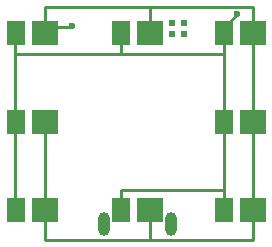
<source format=gtl>
G04 Layer: TopLayer*
G04 EasyEDA Pro v2.2.25.6, 2024-08-18 10:38:01*
G04 Gerber Generator version 0.3*
G04 Scale: 100 percent, Rotated: No, Reflected: No*
G04 Dimensions in millimeters*
G04 Leading zeros omitted, absolute positions, 3 integers and 5 decimals*
%FSLAX35Y35*%
%MOMM*%
%ADD10O,1.0X2.0*%
%ADD11R,1.55001X2.1*%
%ADD12R,2.3X2.1*%
%ADD13C,0.6*%
%ADD14C,0.6096*%
%ADD15C,0.254*%
G75*


G04 Pad Start*
G54D10*
G01X1689486Y181240D03*
G01X1124488Y181240D03*
G54D11*
G01X376860Y1799996D03*
G54D12*
G01X623113Y1799996D03*
G54D11*
G01X1266858Y1799996D03*
G54D12*
G01X1513111Y1799996D03*
G54D11*
G01X2136856Y1799996D03*
G54D12*
G01X2383109Y1799996D03*
G54D11*
G01X376860Y1049998D03*
G54D12*
G01X623113Y1049998D03*
G54D11*
G01X2136856Y1049998D03*
G54D12*
G01X2383109Y1049998D03*
G54D11*
G01X376860Y299999D03*
G54D12*
G01X623113Y299999D03*
G54D11*
G01X1266858Y299999D03*
G54D12*
G01X1513111Y299999D03*
G54D11*
G01X2136856Y299999D03*
G54D12*
G01X2383109Y299999D03*
G04 Pad End*

G04 Via Start*
G54D13*
G01X2255050Y1964198D03*
G01X854056Y1859408D03*
G54D14*
G01X1798787Y1890012D03*
G01X1798787Y1790013D03*
G01X1698787Y1790013D03*
G01X1698787Y1890012D03*
G04 Via End*

G04 Track Start*
G54D15*
G01X372261Y308976D02*
G01X377462Y303775D01*
G01X377462Y1619626D02*
G01X372261Y1624827D01*
G01X2137998Y1796459D02*
G01X2137998Y1619626D01*
G01X372261Y1801660D02*
G01X372261Y1624827D01*
G01X372261Y308976D01*
G01X1266832Y1796459D02*
G01X1266832Y1620007D01*
G01X1267213Y1619626D01*
G01X2137998Y1619626D02*
G01X1267213Y1619626D01*
G01X377462Y1619626D01*
G01X1518512Y1796306D02*
G01X1518512Y2014748D01*
G01X629143Y2022549D02*
G01X2387078Y2022549D01*
G01X2387078Y52690D01*
G01X639545Y1801507D02*
G01X629143Y1811909D01*
G01X621475Y52690D02*
G01X621132Y52347D01*
G01X621132Y1036587D02*
G01X636157Y1051612D01*
G01X1511369Y301224D02*
G01X1511369Y53161D01*
G01X1510898Y52690D01*
G01X2387078Y52690D02*
G01X1510898Y52690D01*
G01X621475Y52690D01*
G01X621132Y52347D02*
G01X621132Y1036587D01*
G01X848278Y1853629D02*
G01X854056Y1859408D01*
G01X626947Y1853629D02*
G01X629143Y1853629D01*
G01X848278Y1853629D01*
G01X629143Y1811909D02*
G01X629143Y1853629D01*
G01X629143Y2022549D01*
G01X1266572Y299351D02*
G01X1266572Y471947D01*
G01X1265802Y472717D01*
G01X2137227Y472717D01*
G01X2137998Y473488D01*
G01X2137998Y1619626D02*
G01X2137998Y473488D01*
G01X2137998Y303775D01*
G01X2138605Y1804292D02*
G01X2138605Y1847753D01*
G01X2255050Y1964198D01*
G04 Track End*

M02*


</source>
